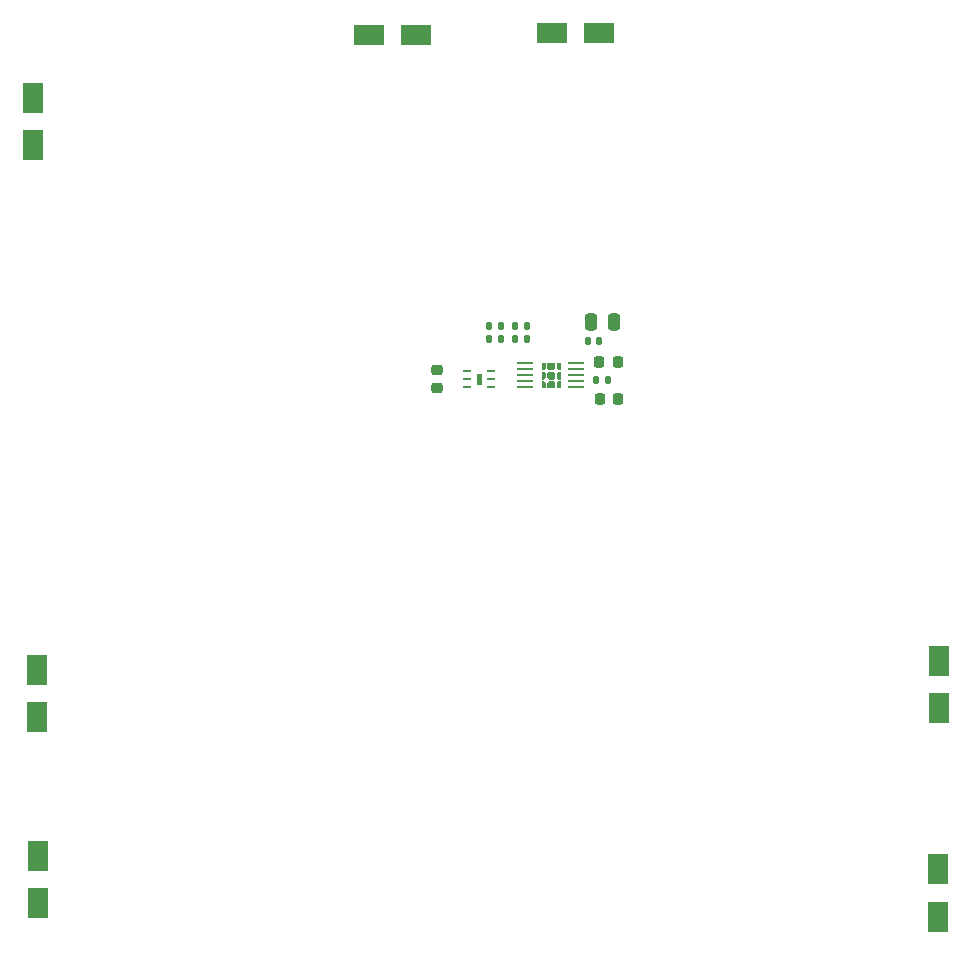
<source format=gtp>
%TF.GenerationSoftware,KiCad,Pcbnew,(6.0.4-0)*%
%TF.CreationDate,2022-05-09T11:38:02-07:00*%
%TF.ProjectId,solar-panel-side-X-minus,736f6c61-722d-4706-916e-656c2d736964,rev?*%
%TF.SameCoordinates,Original*%
%TF.FileFunction,Paste,Top*%
%TF.FilePolarity,Positive*%
%FSLAX46Y46*%
G04 Gerber Fmt 4.6, Leading zero omitted, Abs format (unit mm)*
G04 Created by KiCad (PCBNEW (6.0.4-0)) date 2022-05-09 11:38:02*
%MOMM*%
%LPD*%
G01*
G04 APERTURE LIST*
G04 Aperture macros list*
%AMRoundRect*
0 Rectangle with rounded corners*
0 $1 Rounding radius*
0 $2 $3 $4 $5 $6 $7 $8 $9 X,Y pos of 4 corners*
0 Add a 4 corners polygon primitive as box body*
4,1,4,$2,$3,$4,$5,$6,$7,$8,$9,$2,$3,0*
0 Add four circle primitives for the rounded corners*
1,1,$1+$1,$2,$3*
1,1,$1+$1,$4,$5*
1,1,$1+$1,$6,$7*
1,1,$1+$1,$8,$9*
0 Add four rect primitives between the rounded corners*
20,1,$1+$1,$2,$3,$4,$5,0*
20,1,$1+$1,$4,$5,$6,$7,0*
20,1,$1+$1,$6,$7,$8,$9,0*
20,1,$1+$1,$8,$9,$2,$3,0*%
G04 Aperture macros list end*
%ADD10C,0.100000*%
%ADD11C,0.010000*%
%ADD12R,2.500000X1.700000*%
%ADD13R,1.700000X2.500000*%
%ADD14R,1.411200X0.270000*%
%ADD15RoundRect,0.135000X0.135000X0.185000X-0.135000X0.185000X-0.135000X-0.185000X0.135000X-0.185000X0*%
%ADD16RoundRect,0.135000X-0.135000X-0.185000X0.135000X-0.185000X0.135000X0.185000X-0.135000X0.185000X0*%
%ADD17RoundRect,0.218750X0.218750X0.256250X-0.218750X0.256250X-0.218750X-0.256250X0.218750X-0.256250X0*%
%ADD18RoundRect,0.140000X0.140000X0.170000X-0.140000X0.170000X-0.140000X-0.170000X0.140000X-0.170000X0*%
%ADD19RoundRect,0.250000X0.250000X0.475000X-0.250000X0.475000X-0.250000X-0.475000X0.250000X-0.475000X0*%
%ADD20RoundRect,0.218750X-0.256250X0.218750X-0.256250X-0.218750X0.256250X-0.218750X0.256250X0.218750X0*%
%ADD21R,0.740000X0.270000*%
G04 APERTURE END LIST*
%TO.C,U2*%
G36*
X156825700Y-75789721D02*
G01*
X156825700Y-76094279D01*
X156684279Y-76235700D01*
X156379721Y-76235700D01*
X156238300Y-76094279D01*
X156238300Y-75789721D01*
X156379721Y-75648300D01*
X156684279Y-75648300D01*
X156825700Y-75789721D01*
G37*
D10*
X156825700Y-75789721D02*
X156825700Y-76094279D01*
X156684279Y-76235700D01*
X156379721Y-76235700D01*
X156238300Y-76094279D01*
X156238300Y-75789721D01*
X156379721Y-75648300D01*
X156684279Y-75648300D01*
X156825700Y-75789721D01*
G36*
X156038300Y-76577121D02*
G01*
X156038300Y-76957070D01*
X155746930Y-76957070D01*
X155746930Y-76435700D01*
X155896879Y-76435700D01*
X156038300Y-76577121D01*
G37*
X156038300Y-76577121D02*
X156038300Y-76957070D01*
X155746930Y-76957070D01*
X155746930Y-76435700D01*
X155896879Y-76435700D01*
X156038300Y-76577121D01*
G36*
X156038300Y-75789721D02*
G01*
X156038300Y-76094279D01*
X155896879Y-76235700D01*
X155746930Y-76235700D01*
X155746930Y-75648300D01*
X155896879Y-75648300D01*
X156038300Y-75789721D01*
G37*
X156038300Y-75789721D02*
X156038300Y-76094279D01*
X155896879Y-76235700D01*
X155746930Y-76235700D01*
X155746930Y-75648300D01*
X155896879Y-75648300D01*
X156038300Y-75789721D01*
G36*
X157317070Y-75448300D02*
G01*
X157167121Y-75448300D01*
X157025700Y-75306879D01*
X157025700Y-74926930D01*
X157317070Y-74926930D01*
X157317070Y-75448300D01*
G37*
X157317070Y-75448300D02*
X157167121Y-75448300D01*
X157025700Y-75306879D01*
X157025700Y-74926930D01*
X157317070Y-74926930D01*
X157317070Y-75448300D01*
G36*
X156038300Y-75306879D02*
G01*
X155896879Y-75448300D01*
X155746930Y-75448300D01*
X155746930Y-74926930D01*
X156038300Y-74926930D01*
X156038300Y-75306879D01*
G37*
X156038300Y-75306879D02*
X155896879Y-75448300D01*
X155746930Y-75448300D01*
X155746930Y-74926930D01*
X156038300Y-74926930D01*
X156038300Y-75306879D01*
G36*
X157317070Y-76235700D02*
G01*
X157167121Y-76235700D01*
X157025700Y-76094279D01*
X157025700Y-75789721D01*
X157167121Y-75648300D01*
X157317070Y-75648300D01*
X157317070Y-76235700D01*
G37*
X157317070Y-76235700D02*
X157167121Y-76235700D01*
X157025700Y-76094279D01*
X157025700Y-75789721D01*
X157167121Y-75648300D01*
X157317070Y-75648300D01*
X157317070Y-76235700D01*
G36*
X156825700Y-75306879D02*
G01*
X156684279Y-75448300D01*
X156379721Y-75448300D01*
X156238300Y-75306879D01*
X156238300Y-74926930D01*
X156825700Y-74926930D01*
X156825700Y-75306879D01*
G37*
X156825700Y-75306879D02*
X156684279Y-75448300D01*
X156379721Y-75448300D01*
X156238300Y-75306879D01*
X156238300Y-74926930D01*
X156825700Y-74926930D01*
X156825700Y-75306879D01*
G36*
X156825700Y-76577121D02*
G01*
X156825700Y-76957070D01*
X156238300Y-76957070D01*
X156238300Y-76577121D01*
X156379721Y-76435700D01*
X156684279Y-76435700D01*
X156825700Y-76577121D01*
G37*
X156825700Y-76577121D02*
X156825700Y-76957070D01*
X156238300Y-76957070D01*
X156238300Y-76577121D01*
X156379721Y-76435700D01*
X156684279Y-76435700D01*
X156825700Y-76577121D01*
G36*
X157317070Y-76957070D02*
G01*
X157025700Y-76957070D01*
X157025700Y-76577121D01*
X157167121Y-76435700D01*
X157317070Y-76435700D01*
X157317070Y-76957070D01*
G37*
X157317070Y-76957070D02*
X157025700Y-76957070D01*
X157025700Y-76577121D01*
X157167121Y-76435700D01*
X157317070Y-76435700D01*
X157317070Y-76957070D01*
%TO.C,U1*%
G36*
X150666000Y-76692500D02*
G01*
X150246000Y-76692500D01*
X150246000Y-75832500D01*
X150666000Y-75832500D01*
X150666000Y-76692500D01*
G37*
D11*
X150666000Y-76692500D02*
X150246000Y-76692500D01*
X150246000Y-75832500D01*
X150666000Y-75832500D01*
X150666000Y-76692500D01*
%TD*%
D12*
%TO.C,D1*%
X141150000Y-47125000D03*
X145150000Y-47125000D03*
%TD*%
%TO.C,D2*%
X156625000Y-46950000D03*
X160625000Y-46950000D03*
%TD*%
D13*
%TO.C,D3*%
X189400000Y-104125000D03*
X189400000Y-100125000D03*
%TD*%
%TO.C,D4*%
X189275000Y-121775000D03*
X189275000Y-117775000D03*
%TD*%
%TO.C,D5*%
X113075000Y-120625000D03*
X113075000Y-116625000D03*
%TD*%
%TO.C,D6*%
X113030000Y-104870000D03*
X113030000Y-100870000D03*
%TD*%
%TO.C,D9*%
X112710000Y-56440000D03*
X112710000Y-52440000D03*
%TD*%
D14*
%TO.C,U2*%
X158706999Y-76942001D03*
X158706999Y-76441999D03*
X158706999Y-75942000D03*
X158706999Y-75442001D03*
X158706999Y-74941999D03*
X154357001Y-74941999D03*
X154357001Y-75442001D03*
X154357001Y-75942000D03*
X154357001Y-76441999D03*
X154357001Y-76942001D03*
%TD*%
D15*
%TO.C,R17*%
X161385000Y-76350000D03*
X160365000Y-76350000D03*
%TD*%
D16*
%TO.C,R15*%
X153480000Y-71760000D03*
X154500000Y-71760000D03*
%TD*%
D17*
%TO.C,L1*%
X162237500Y-77925000D03*
X160662500Y-77925000D03*
%TD*%
D15*
%TO.C,R16*%
X154500000Y-72900000D03*
X153480000Y-72900000D03*
%TD*%
D17*
%TO.C,L2*%
X162219500Y-74867000D03*
X160644500Y-74867000D03*
%TD*%
D18*
%TO.C,C4*%
X160630000Y-73075000D03*
X159670000Y-73075000D03*
%TD*%
D15*
%TO.C,R13*%
X152320000Y-71760000D03*
X151300000Y-71760000D03*
%TD*%
D19*
%TO.C,C5*%
X161875000Y-71400000D03*
X159975000Y-71400000D03*
%TD*%
D20*
%TO.C,C1*%
X146900000Y-75475000D03*
X146900000Y-77050000D03*
%TD*%
D21*
%TO.C,U1*%
X149461000Y-75612500D03*
X149461000Y-76262500D03*
X149461000Y-76912500D03*
X151451000Y-76912500D03*
X151451000Y-76262500D03*
X151451000Y-75612500D03*
%TD*%
D16*
%TO.C,R14*%
X151300000Y-72920000D03*
X152320000Y-72920000D03*
%TD*%
M02*

</source>
